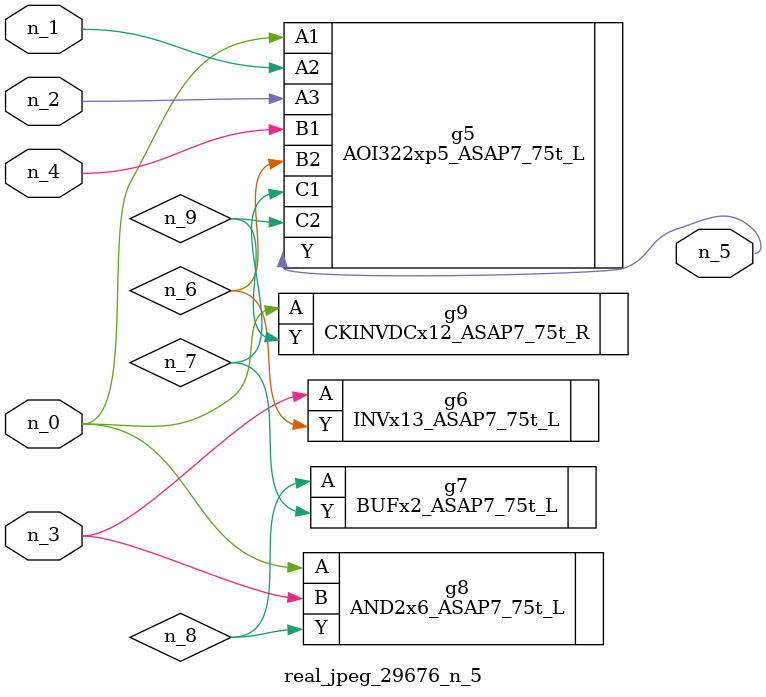
<source format=v>
module real_jpeg_29676_n_5 (n_4, n_0, n_1, n_2, n_3, n_5);

input n_4;
input n_0;
input n_1;
input n_2;
input n_3;

output n_5;

wire n_8;
wire n_6;
wire n_7;
wire n_9;

AOI322xp5_ASAP7_75t_L g5 ( 
.A1(n_0),
.A2(n_1),
.A3(n_2),
.B1(n_4),
.B2(n_6),
.C1(n_7),
.C2(n_9),
.Y(n_5)
);

AND2x6_ASAP7_75t_L g8 ( 
.A(n_0),
.B(n_3),
.Y(n_8)
);

CKINVDCx12_ASAP7_75t_R g9 ( 
.A(n_0),
.Y(n_9)
);

INVx13_ASAP7_75t_L g6 ( 
.A(n_3),
.Y(n_6)
);

BUFx2_ASAP7_75t_L g7 ( 
.A(n_8),
.Y(n_7)
);


endmodule
</source>
